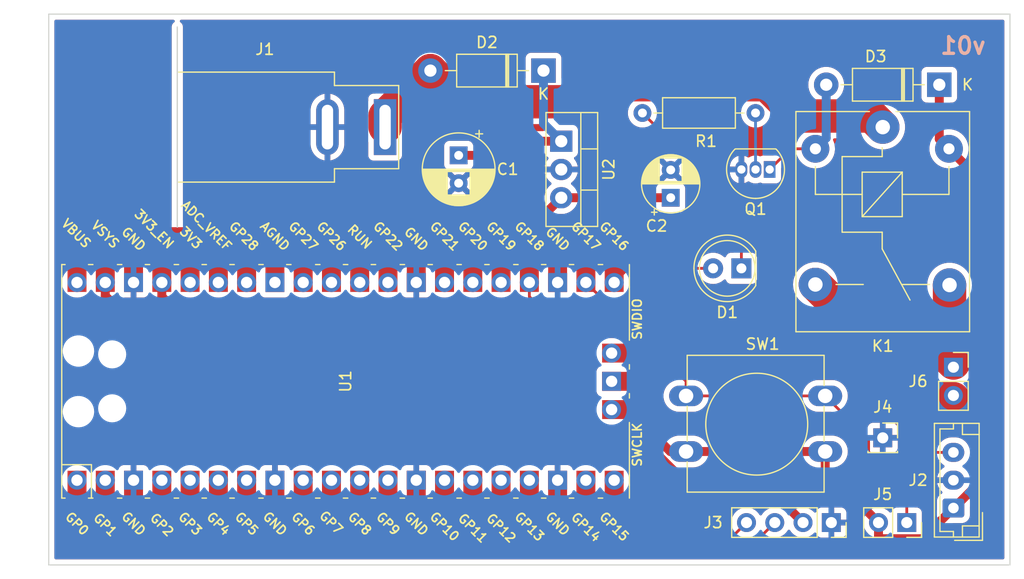
<source format=kicad_pcb>
(kicad_pcb (version 20211014) (generator pcbnew)
  (layers (0 "F.Cu" signal) (31 "B.Cu" signal) (34 "B.Paste" user) (35 "F.Paste" user) (36 "B.SilkS" user "B.Silkscreen") (37 "F.SilkS" user "F.Silkscreen") (38 "B.Mask" user) (39 "F.Mask" user) (44 "Edge.Cuts" user))
  (net 0 "")
  (net 1 "Net-(C1-Pad1)")
  (net 2 "GND")
  (net 3 "+5V")
  (net 4 "Net-(D1-Pad1)")
  (net 5 "Relay")
  (net 6 "+12V")
  (net 7 "+3.3V")
  (net 8 "Net-(D3-Pad2)")
  (net 9 "Sensor")
  (net 10 "SDA")
  (net 11 "SCL")
  (net 12 "Button")
  (net 13 "Net-(J6-Pad1)")
  (net 14 "Net-(J6-Pad2)")
  (net 15 "Net-(Q1-Pad2)")
  (footprint "Diode_THT:D_DO-41_SOD81_P10.16mm_Horizontal" (layer "F.Cu") (at 143.51 77.47 180)
    (fp_text reference "D2" (at 5.08 2.54) (layer "F.SilkS"))
    (fp_text value "1N4007")
    (fp_text user "K" (at 0 -2.1) (layer "F.SilkS"))
    (pad "1" thru_hole rect (at 0 0 180) (size 2.2 2.2) (drill 1.1) (layers *.Cu *.Mask) (net 1 "Net-(C1-Pad1)"))
    (pad "2" thru_hole oval (at 10.16 0 180) (size 2.2 2.2) (drill 1.1) (layers *.Cu *.Mask) (net 6 "+12V"))
  )
  (footprint "Capacitor_THT:CP_Radial_D6.3mm_P2.50mm" (layer "F.Cu") (at 135.89 85.09 -90)
    (fp_text reference "C1" (at 1.25 -4.4 180) (layer "F.SilkS"))
    (fp_text value "470uF")
    (pad "1" thru_hole rect (at 0 0 270) (size 1.6 1.6) (drill 0.8) (layers *.Cu *.Mask) (net 1 "Net-(C1-Pad1)"))
    (pad "2" thru_hole circle (at 2.5 0 270) (size 1.6 1.6) (drill 0.8) (layers *.Cu *.Mask) (net 2 "GND"))
  )
  (footprint "Connector_PinSocket_2.54mm:PinSocket_1x01_P2.54mm_Vertical" (layer "F.Cu") (at 173.99 110.49)
    (fp_text reference "J4" (at 0 -2.77) (layer "F.SilkS"))
    (fp_text value "Pump GND")
    (pad "1" thru_hole rect (at 0 0) (size 1.7 1.7) (drill 1) (layers *.Cu *.Mask) (net 2 "GND"))
  )
  (footprint "Connector_PinSocket_2.54mm:PinSocket_1x02_P2.54mm_Vertical" (layer "F.Cu") (at 176.149 118.11 -90)
    (fp_text reference "J5" (at -2.54 2.159) (layer "F.SilkS"))
    (fp_text value "Button")
    (pad "1" thru_hole rect (at 0 0 270) (size 1.7 1.7) (drill 1) (layers *.Cu *.Mask) (net 12 "Button"))
    (pad "2" thru_hole oval (at 0 2.54 270) (size 1.7 1.7) (drill 1) (layers *.Cu *.Mask) (net 7 "+3.3V"))
  )
  (footprint "Connector_JST:JST_EH_B3B-EH-A_1x03_P2.50mm_Vertical" (layer "F.Cu") (at 180.34 116.8 90)
    (fp_text reference "J2" (at 2.5 -3.175 180) (layer "F.SilkS"))
    (fp_text value "Flow sensor")
    (pad "1" thru_hole roundrect (at 0 0 90) (size 1.7 1.95) (drill 0.95) (layers *.Cu *.Mask) (roundrect_rratio 0.1470588235) (net 7 "+3.3V"))
    (pad "2" thru_hole oval (at 2.5 0 90) (size 1.7 1.95) (drill 0.95) (layers *.Cu *.Mask) (net 2 "GND"))
    (pad "3" thru_hole oval (at 5 0 90) (size 1.7 1.95) (drill 0.95) (layers *.Cu *.Mask) (net 9 "Sensor"))
  )
  (footprint "Relay_THT:Relay_SPDT_SANYOU_SRD_Series_Form_C" (layer "F.Cu") (at 173.99 82.55 -90)
    (fp_text reference "K1" (at 19.685 0 180) (layer "F.SilkS"))
    (fp_text value "Relay")
    (pad "1" thru_hole circle (at 0 0) (size 3 3) (drill 1.3) (layers *.Cu *.Mask) (net 6 "+12V"))
    (pad "2" thru_hole circle (at 1.95 6.05) (size 2.5 2.5) (drill 1) (layers *.Cu *.Mask) (net 8 "Net-(D3-Pad2)"))
    (pad "3" thru_hole circle (at 14.15 6.05) (size 3 3) (drill 1.3) (layers *.Cu *.Mask) (net 14 "Net-(J6-Pad2)"))
    (pad "4" thru_hole circle (at 14.2 -6) (size 3 3) (drill 1.3) (layers *.Cu *.Mask) (net 13 "Net-(J6-Pad1)"))
    (pad "5" thru_hole circle (at 1.95 -5.95) (size 2.5 2.5) (drill 1) (layers *.Cu *.Mask) (net 7 "+3.3V"))
  )
  (footprint "Connector_BarrelJack:BarrelJack_SwitchcraftConxall_RAPC10U_Horizontal" (layer "F.Cu") (at 129.28 82.55)
    (fp_text reference "J1" (at -10.8 -7) (layer "F.SilkS"))
    (fp_text value "Barrel_Jack")
    (fp_line (start -18.67 -9) (end -18.67 9) (layer "Edge.Cuts") (width 0.12))
    (pad "1" thru_hole rect (at 0 0) (size 2.02 5.02) (drill oval 1.02 4.02) (layers *.Cu *.Mask) (net 6 "+12V"))
    (pad "2" thru_hole oval (at -5.18 0) (size 2.02 5.02) (drill oval 1.02 4.02) (layers *.Cu *.Mask) (net 2 "GND"))
  )
  (footprint "LED_THT:LED_D5.0mm" (layer "F.Cu") (at 161.29 95.25 180)
    (fp_text reference "D1" (at 1.27 -3.96) (layer "F.SilkS"))
    (fp_text value "RED")
    (pad "1" thru_hole rect (at 0 0 180) (size 1.8 1.8) (drill 0.9) (layers *.Cu *.Mask) (net 4 "Net-(D1-Pad1)"))
    (pad "2" thru_hole circle (at 2.54 0 180) (size 1.8 1.8) (drill 0.9) (layers *.Cu *.Mask) (net 5 "Relay"))
  )
  (footprint "Button_Switch_THT:SW_PUSH-12mm" (layer "F.Cu") (at 156.32 106.72)
    (fp_text reference "SW1" (at 6.875 -4.66) (layer "F.SilkS"))
    (fp_text value "Button")
    (pad "1" thru_hole oval (at 0 0) (size 3.048 1.85) (drill 1.3) (layers *.Cu *.Mask) (net 12 "Button"))
    (pad "1" thru_hole oval (at 12.5 0) (size 3.048 1.85) (drill 1.3) (layers *.Cu *.Mask) (net 12 "Button"))
    (pad "2" thru_hole oval (at 0 5) (size 3.048 1.85) (drill 1.3) (layers *.Cu *.Mask) (net 7 "+3.3V"))
    (pad "2" thru_hole oval (at 12.5 5) (size 3.048 1.85) (drill 1.3) (layers *.Cu *.Mask) (net 7 "+3.3V"))
  )
  (footprint "Connector_PinSocket_2.54mm:PinSocket_1x04_P2.54mm_Vertical" (layer "F.Cu") (at 169.37 118.11 -90)
    (fp_text reference "J3" (at 0 10.62) (layer "F.SilkS"))
    (fp_text value "Screen")
    (pad "1" thru_hole rect (at 0 0 270) (size 1.7 1.7) (drill 1) (layers *.Cu *.Mask) (net 2 "GND"))
    (pad "2" thru_hole oval (at 0 2.54 270) (size 1.7 1.7) (drill 1) (layers *.Cu *.Mask) (net 3 "+5V"))
    (pad "3" thru_hole oval (at 0 5.08 270) (size 1.7 1.7) (drill 1) (layers *.Cu *.Mask) (net 10 "SDA"))
    (pad "4" thru_hole oval (at 0 7.62 270) (size 1.7 1.7) (drill 1) (layers *.Cu *.Mask) (net 11 "SCL"))
  )
  (footprint "Connector_PinSocket_2.54mm:PinSocket_1x02_P2.54mm_Vertical" (layer "F.Cu") (at 180.34 104.14)
    (fp_text reference "J6" (at -3.175 1.27) (layer "F.SilkS"))
    (fp_text value "Relay out")
    (pad "1" thru_hole rect (at 0 0) (size 1.7 1.7) (drill 1) (layers *.Cu *.Mask) (net 13 "Net-(J6-Pad1)"))
    (pad "2" thru_hole oval (at 0 2.54) (size 1.7 1.7) (drill 1) (layers *.Cu *.Mask) (net 14 "Net-(J6-Pad2)"))
  )
  (footprint "Resistor_THT:R_Axial_DIN0207_L6.3mm_D2.5mm_P10.16mm_Horizontal" (layer "F.Cu") (at 152.4 81.28)
    (fp_text reference "R1" (at 5.715 2.54) (layer "F.SilkS"))
    (fp_text value "1.5k")
    (pad "1" thru_hole circle (at 0 0) (size 1.6 1.6) (drill 0.8) (layers *.Cu *.Mask) (net 4 "Net-(D1-Pad1)"))
    (pad "2" thru_hole oval (at 10.16 0) (size 1.6 1.6) (drill 0.8) (layers *.Cu *.Mask) (net 15 "Net-(Q1-Pad2)"))
  )
  (footprint "Package_TO_SOT_THT:TO-92_Inline" (layer "F.Cu") (at 163.83 86.36 180)
    (fp_text reference "Q1" (at 1.27 -3.56) (layer "F.SilkS"))
    (fp_text value "BC547")
    (pad "1" thru_hole rect (at 0 0 180) (size 1.05 1.5) (drill 0.75) (layers *.Cu *.Mask) (net 8 "Net-(D3-Pad2)"))
    (pad "2" thru_hole oval (at 1.27 0 180) (size 1.05 1.5) (drill 0.75) (layers *.Cu *.Mask) (net 15 "Net-(Q1-Pad2)"))
    (pad "3" thru_hole oval (at 2.54 0 180) (size 1.05 1.5) (drill 0.75) (layers *.Cu *.Mask) (net 2 "GND"))
  )
  (footprint "Package_TO_SOT_THT:TO-220-3_Vertical" (layer "F.Cu") (at 145.105 83.82 -90)
    (fp_text reference "U2" (at 2.54 -4.27 90) (layer "F.SilkS"))
    (fp_text value "LM7805_TO220")
    (pad "1" thru_hole rect (at 0 0 270) (size 1.905 2) (drill 1.1) (layers *.Cu *.Mask) (net 1 "Net-(C1-Pad1)"))
    (pad "2" thru_hole oval (at 2.54 0 270) (size 1.905 2) (drill 1.1) (layers *.Cu *.Mask) (net 2 "GND"))
    (pad "3" thru_hole oval (at 5.08 0 270) (size 1.905 2) (drill 1.1) (layers *.Cu *.Mask) (net 3 "+5V"))
  )
  (footprint "Diode_THT:D_DO-41_SOD81_P10.16mm_Horizontal" (layer "F.Cu") (at 179.07 78.74 180)
    (fp_text reference "D3" (at 5.715 2.54) (layer "F.SilkS"))
    (fp_text value "1N4007")
    (fp_text user "K" (at -2.54 0) (layer "F.SilkS"))
    (pad "1" thru_hole rect (at 0 0 180) (size 2.2 2.2) (drill 1.1) (layers *.Cu *.Mask) (net 7 "+3.3V"))
    (pad "2" thru_hole oval (at 10.16 0 180) (size 2.2 2.2) (drill 1.1) (layers *.Cu *.Mask) (net 8 "Net-(D3-Pad2)"))
  )
  (footprint "Capacitor_THT:CP_Radial_D5.0mm_P2.50mm" (layer "F.Cu") (at 154.94 88.9 90)
    (fp_text reference "C2" (at -2.54 -1.27 180) (layer "F.SilkS"))
    (fp_text value "1uF")
    (pad "1" thru_hole rect (at 0 0 90) (size 1.6 1.6) (drill 0.8) (layers *.Cu *.Mask) (net 3 "+5V"))
    (pad "2" thru_hole circle (at 2.5 0 90) (size 1.6 1.6) (drill 0.8) (layers *.Cu *.Mask) (net 2 "GND"))
  )
  (footprint "MCU_RaspberryPi_and_Boards:RPi_Pico_SMD_TH" (layer "F.Cu") (at 125.73 105.41 90)
    (fp_text reference "U1" (at 0 0 90) (layer "F.SilkS"))
    (fp_text value "Pico")
    (fp_text user "GP16" (at 13.054 24.13 135) (layer "F.SilkS") (effects (font (size 0.8 0.8))))
    (fp_text user "GP12" (at -13.2 13.97 135) (layer "F.SilkS") (effects (font (size 0.8 0.8))))
    (fp_text user "GP27" (at 13.054 -3.8 135) (layer "F.SilkS") (effects (font (size 0.8 0.8))))
    (fp_text user "GP11" (at -13.2 11.43 135) (layer "F.SilkS") (effects (font (size 0.8 0.8))))
    (fp_text user "GP4" (at -12.8 -11.43 135) (layer "F.SilkS") (effects (font (size 0.8 0.8))))
    (fp_text user "GP19" (at 13.054 13.97 135) (layer "F.SilkS") (effects (font (size 0.8 0.8))))
    (fp_text user "GP22" (at 13.054 3.81 135) (layer "F.SilkS") (effects (font (size 0.8 0.8))))
    (fp_text user "GP21" (at 13.054 8.9 135) (layer "F.SilkS") (effects (font (size 0.8 0.8))))
    (fp_text user "3V3_EN" (at 13.7 -17.2 135) (layer "F.SilkS") (effects (font (size 0.8 0.8))))
    (fp_text user "GP0" (at -12.8 -24.13 135) (layer "F.SilkS") (effects (font (size 0.8 0.8))))
    (fp_text user "RUN" (at 13 1.27 135) (layer "F.SilkS") (effects (font (size 0.8 0.8))))
    (fp_text user "VBUS" (at 13.3 -24.2 135) (layer "F.SilkS") (effects (font (size 0.8 0.8))))
    (fp_text user "SWDIO" (at 5.6 26.2 90) (layer "F.SilkS") (effects (font (size 0.8 0.8))))
    (fp_text user "GND" (at 12.8 -19.05 135) (layer "F.SilkS") (effects (font (size 0.8 0.8))))
    (fp_text user "GP1" (at -12.9 -21.6 135) (layer "F.SilkS") (effects (font (size 0.8 0.8))))
    (fp_text user "GP26" (at 13.054 -1.27 135) (layer "F.SilkS") (effects (font (size 0.8 0.8))))
    (fp_text user "GP6" (at -12.8 -3.81 135) (layer "F.SilkS") (effects (font (size 0.8 0.8))))
    (fp_text user "GND" (at 12.8 6.35 135) (layer "F.SilkS") (effects (font (size 0.8 0.8))))
    (fp_text user "GP8" (at -12.8 1.27 135) (layer "F.SilkS") (effects (font (size 0.8 0.8))))
    (fp_text user "GP17" (at 13.054 21.59 135) (layer "F.SilkS") (effects (font (size 0.8 0.8))))
    (fp_text user "AGND" (at 13.054 -6.35 135) (layer "F.SilkS") (effects (font (size 0.8 0.8))))
    (fp_text user "GP9" (at -12.8 3.81 135) (layer "F.SilkS") (effects (font (size 0.8 0.8))))
    (fp_text user "3V3" (at 12.9 -13.9 135) (layer "F.SilkS") (effects (font (size 0.8 0.8))))
    (fp_text user "VSYS" (at 13.2 -21.59 135) (layer "F.SilkS") (effects (font (size 0.8 0.8))))
    (fp_text user "GP10" (at -13.054 8.89 135) (layer "F.SilkS") (effects (font (size 0.8 0.8))))
    (fp_text user "SWCLK" (at -5.7 26.2 90) (layer "F.SilkS") (effects (font (size 0.8 0.8))))
    (fp_text user "GP14" (at -13.1 21.59 135) (layer "F.SilkS") (effects (font (size 0.8 0.8))))
    (fp_text user "ADC_VREF" (at 14 -12.5 135) (layer "F.SilkS") (effects (font (size 0.8 0.8))))
    (fp_text user "GND" (at 12.8 19.05 135) (layer "F.SilkS") (effects (font (size 0.8 0.8))))
    (fp_text user "GND" (at -12.8 19.05 135) (layer "F.SilkS") (effects (font (size 0.8 0.8))))
    (fp_text user "GP3" (at -12.8 -13.97 135) (layer "F.SilkS") (effects (font (size 0.8 0.8))))
    (fp_text user "GP13" (at -13.054 16.51 135) (layer "F.SilkS") (effects (font (size 0.8 0.8))))
    (fp_text user "GP18" (at 13.054 16.51 135) (layer "F.SilkS") (effects (font (size 0.8 0.8))))
    (fp_text user "GND" (at -12.8 -6.35 135) (layer "F.SilkS") (effects (font (size 0.8 0.8))))
    (fp_text user "GP5" (at -12.8 -8.89 135) (layer "F.SilkS") (effects (font (size 0.8 0.8))))
    (fp_text user "GP20" (at 13.054 11.43 135) (layer "F.SilkS") (effects (font (size 0.8 0.8))))
    (fp_text user "GP7" (at -12.7 -1.3 135) (layer "F.SilkS") (effects (font (size 0.8 0.8))))
    (fp_text user "GP28" (at 13.054 -9.144 135) (layer "F.SilkS") (effects (font (size 0.8 0.8))))
    (fp_text user "GND" (at -12.8 -19.05 135) (layer "F.SilkS") (effects (font (size 0.8 0.8))))
    (fp_text user "GND" (at -12.8 6.35 135) (layer "F.SilkS") (effects (font (size 0.8 0.8))))
    (fp_text user "GP15" (at -13.054 24.13 135) (layer "F.SilkS") (effects (font (size 0.8 0.8))))
    (fp_text user "GP2" (at -12.9 -16.51 135) (layer "F.SilkS") (effects (font (size 0.8 0.8))))
    (pad "" np_thru_hole oval (at 2.725 -24 90) (size 1.8 1.8) (drill 1.8) (layers *.Cu *.Mask))
    (pad "" np_thru_hole oval (at 2.425 -20.97 90) (size 1.5 1.5) (drill 1.5) (layers *.Cu *.Mask))
    (pad "" np_thru_hole oval (at -2.725 -24 90) (size 1.8 1.8) (drill 1.8) (layers *.Cu *.Mask))
    (pad "" np_thru_hole oval (at -2.425 -20.97 90) (size 1.5 1.5) (drill 1.5) (layers *.Cu *.Mask))
    (pad "1" thru_hole oval (at -8.89 -24.13 90) (size 1.7 1.7) (drill 1.02) (layers *.Cu *.Mask) (net 10 "SDA"))
    (pad "1" smd rect (at -8.89 -24.13 90) (size 3.5 1.7) (drill (offset -0.9 0)) (layers "F.Cu" "F.Mask") (net 10 "SDA"))
    (pad "2" smd rect (at -8.89 -21.59 90) (size 3.5 1.7) (drill (offset -0.9 0)) (layers "F.Cu" "F.Mask") (net 11 "SCL"))
    (pad "2" thru_hole oval (at -8.89 -21.59 90) (size 1.7 1.7) (drill 1.02) (layers *.Cu *.Mask) (net 11 "SCL"))
    (pad "3" smd rect (at -8.89 -19.05 90) (size 3.5 1.7) (drill (offset -0.9 0)) (layers "F.Cu" "F.Mask") (net 2 "GND"))
    (pad "3" thru_hole rect (at -8.89 -19.05 90) (size 1.7 1.7) (drill 1.02) (layers *.Cu *.Mask) (net 2 "GND"))
    (pad "4" smd rect (at -8.89 -16.51 90) (size 3.5 1.7) (drill (offset -0.9 0)) (layers "F.Cu" "F.Mask"))
    (pad "4" thru_hole oval (at -8.89 -16.51 90) (size 1.7 1.7) (drill 1.02) (layers *.Cu *.Mask))
    (pad "5" smd rect (at -8.89 -13.97 90) (size 3.5 1.7) (drill (offset -0.9 0)) (layers "F.Cu" "F.Mask"))
    (pad "5" thru_hole oval (at -8.89 -13.97 90) (size 1.7 1.7) (drill 1.02) (layers *.Cu *.Mask))
    (pad "6" smd rect (at -8.89 -11.43 90) (size 3.5 1.7) (drill (offset -0.9 0)) (layers "F.Cu" "F.Mask"))
    (pad "6" thru_hole oval (at -8.89 -11.43 90) (size 1.7 1.7) (drill 1.02) (layers *.Cu *.Mask))
    (pad "7" smd rect (at -8.89 -8.89 90) (size 3.5 1.7) (drill (offset -0.9 0)) (layers "F.Cu" "F.Mask"))
    (pad "7" thru_hole oval (at -8.89 -8.89 90) (size 1.7 1.7) (drill 1.02) (layers *.Cu *.Mask))
    (pad "8" thru_hole rect (at -8.89 -6.35 90) (size 1.7 1.7) (drill 1.02) (layers *.Cu *.Mask) (net 2 "GND"))
    (pad "8" smd rect (at -8.89 -6.35 90) (size 3.5 1.7) (drill (offset -0.9 0)) (layers "F.Cu" "F.Mask") (net 2 "GND"))
    (pad "9" smd rect (at -8.89 -3.81 90) (size 3.5 1.7) (drill (offset -0.9 0)) (layers "F.Cu" "F.Mask"))
    (pad "9" thru_hole oval (at -8.89 -3.81 90) (size 1.7 1.7) (drill 1.02) (layers *.Cu *.Mask))
    (pad "10" smd rect (at -8.89 -1.27 90) (size 3.5 1.7) (drill (offset -0.9 0)) (layers "F.Cu" "F.Mask"))
    (pad "10" thru_hole oval (at -8.89 -1.27 90) (size 1.7 1.7) (drill 1.02) (layers *.Cu *.Mask))
    (pad "11" smd rect (at -8.89 1.27 90) (size 3.5 1.7) (drill (offset -0.9 0)) (layers "F.Cu" "F.Mask"))
    (pad "11" thru_hole oval (at -8.89 1.27 90) (size 1.7 1.7) (drill 1.02) (layers *.Cu *.Mask))
    (pad "12" smd rect (at -8.89 3.81 90) (size 3.5 1.7) (drill (offset -0.9 0)) (layers "F.Cu" "F.Mask"))
    (pad "12" thru_hole oval (at -8.89 3.81 90) (size 1.7 1.7) (drill 1.02) (layers *.Cu *.Mask))
    (pad "13" thru_hole rect (at -8.89 6.35 90) (size 1.7 1.7) (drill 1.02) (layers *.Cu *.Mask) (net 2 "GND"))
    (pad "13" smd rect (at -8.89 6.35 90) (size 3.5 1.7) (drill (offset -0.9 0)) (layers "F.Cu" "F.Mask") (net 2 "GND"))
    (pad "14" smd rect (at -8.89 8.89 90) (size 3.5 1.7) (drill (offset -0.9 0)) (layers "F.Cu" "F.Mask"))
    (pad "14" thru_hole oval (at -8.89 8.89 90) (size 1.7 1.7) (drill 1.02) (layers *.Cu *.Mask))
    (pad "15" thru_hole oval (at -8.89 11.43 90) (size 1.7 1.7) (drill 1.02) (layers *.Cu *.Mask))
    (pad "15" smd rect (at -8.89 11.43 90) (size 3.5 1.7) (drill (offset -0.9 0)) (layers "F.Cu" "F.Mask"))
    (pad "16" smd rect (at -8.89 13.97 90) (size 3.5 1.7) (drill (offset -0.9 0)) (layers "F.Cu" "F.Mask"))
    (pad "16" thru_hole oval (at -8.89 13.97 90) (size 1.7 1.7) (drill 1.02) (layers *.Cu *.Mask))
    (pad "17" thru_hole oval (at -8.89 16.51 90) (size 1.7 1.7) (drill 1.02) (layers *.Cu *.Mask))
    (pad "17" smd rect (at -8.89 16.51 90) (size 3.5 1.7) (drill (offset -0.9 0)) (layers "F.Cu" "F.Mask"))
    (pad "18" smd rect (at -8.89 19.05 90) (size 3.5 1.7) (drill (offset -0.9 0)) (layers "F.Cu" "F.Mask") (net 2 "GND"))
    (pad "18" thru_hole rect (at -8.89 19.05 90) (size 1.7 1.7) (drill 1.02) (layers *.Cu *.Mask) (net 2 "GND"))
    (pad "19" thru_hole oval (at -8.89 21.59 90) (size 1.7 1.7) (drill 1.02) (layers *.Cu *.Mask))
    (pad "19" smd rect (at -8.89 21.59 90) (size 3.5 1.7) (drill (offset -0.9 0)) (layers "F.Cu" "F.Mask"))
    (pad "20" smd rect (at -8.89 24.13 90) (size 3.5 1.7) (drill (offset -0.9 0)) (layers "F.Cu" "F.Mask"))
    (pad "20" thru_hole oval (at -8.89 24.13 90) (size 1.7 1.7) (drill 1.02) (layers *.Cu *.Mask))
    (pad "21" thru_hole oval (at 8.89 24.13 90) (size 1.7 1.7) (drill 1.02) (layers *.Cu *.Mask) (net 5 "Relay"))
    (pad "21" smd rect (at 8.89 24.13 90) (size 3.5 1.7) (drill (offset 0.9 0)) (layers "F.Cu" "F.Mask") (net 5 "Relay"))
    (pad "22" thru_hole oval (at 8.89 21.59 90) (size 1.7 1.7) (drill 1.02) (layers *.Cu *.Mask) (net 9 "Sensor"))
    (pad "22" smd rect (at 8.89 21.59 90) (size 3.5 1.7) (drill (offset 0.9 0)) (layers "F.Cu" "F.Mask") (net 9 "Sensor"))
    (pad "23" smd rect (at 8.89 19.05 90) (size 3.5 1.7) (drill (offset 0.9 0)) (layers "F.Cu" "F.Mask") (net 2 "GND"))
    (pad "23" thru_hole rect (at 8.89 19.05 90) (size 1.7 1.7) (drill 1.02) (layers *.Cu *.Mask) (net 2 "GND"))
    (pad "24" thru_hole oval (at 8.89 16.51 90) (size 1.7 1.7) (drill 1.02) (layers *.Cu *.Mask) (net 12 "Button"))
    (pad "24" smd rect (at 8.89 16.51 90) (size 3.5 1.7) (drill (offset 0.9 0)) (layers "F.Cu" "F.Mask") (net 12 "Button"))
    (pad "25" smd rect (at 8.89 13.97 90) (size 3.5 1.7) (drill (offset 0.9 0)) (layers "F.Cu" "F.Mask"))
    (pad "25" thru_hole oval (at 8.89 13.97 90) (size 1.7 1.7) (drill 1.02) (layers *.Cu *.Mask))
    (pad "26" thru_hole oval (at 8.89 11.43 90) (size 1.7 1.7) (drill 1.02) (layers *.Cu *.Mask))
    (pad "26" smd rect (at 8.89 11.43 90) (size 3.5 1.7) (drill (offset 0.9 0)) (layers "F.Cu" "F.Mask"))
    (pad "27" thru_hole oval (at 8.89 8.89 90) (size 1.7 1.7) (drill 1.02) (layers *.Cu *.Mask))
    (pad "27" smd rect (at 8.89 8.89 90) (size 3.5 1.7) (drill (offset 0.9 0)) (layers "F.Cu" "F.Mask"))
    (pad "28" thru_hole rect (at 8.89 6.35 90) (size 1.7 1.7) (drill 1.02) (layers *.Cu *.Mask) (net 2 "GND"))
    (pad "28" smd rect (at 8.89 6.35 90) (size 3.5 1.7) (drill (offset 0.9 0)) (layers "F.Cu" "F.Mask") (net 2 "GND"))
    (pad "29" thru_hole oval (at 8.89 3.81 90) (size 1.7 1.7) (drill 1.02) (layers *.Cu *.Mask))
    (pad "29" smd rect (at 8.89 3.81 90) (size 3.5 1.7) (drill (offset 0.9 0)) (layers "F.Cu" "F.Mask"))
    (pad "30" thru_hole oval (at 8.89 1.27 90) (size 1.7 1.7) (drill 1.02) (layers *.Cu *.Mask))
    (pad "30" smd rect (at 8.89 1.27 90) (size 3.5 1.7) (drill (offset 0.9 0)) (layers "F.Cu" "F.Mask"))
    (pad "31" thru_hole oval (at 8.89 -1.27 90) (size 1.7 1.7) (drill 1.02) (layers *.Cu *.Mask))
    (pad "31" smd rect (at 8.89 -1.27 90) (size 3.5 1.7) (drill (offset 0.9 0)) (layers "F.Cu" "F.Mask"))
    (pad "32" thru_hole oval (at 8.89 -3.81 90) (size 1.7 1.7) (drill 1.02) (layers *.Cu *.Mask))
    (pad "32" smd rect (at 8.89 -3.81 90) (size 3.5 1.7) (drill (offset 0.9 0)) (layers "F.Cu" "F.Mask"))
    (pad "33" thru_hole rect (at 8.89 -6.35 90) (size 1.7 1.7) (drill 1.02) (layers *.Cu *.Mask))
    (pad "33" smd rect (at 8.89 -6.35 90) (size 3.5 1.7) (drill (offset 0.9 0)) (layers "F.Cu" "F.Mask"))
    (pad "34" smd rect (at 8.89 -8.89 90) (size 3.5 1.7) (drill (offset 0.9 0)) (layers "F.Cu" "F.Mask"))
    (pad "34" thru_hole oval (at 8.89 -8.89 90) (size 1.7 1.7) (drill 1.02) (layers *.Cu *.Mask))
    (pad "35" smd rect (at 8.89 -11.43 90) (size 3.5 1.7) (drill (offset 0.9 0)) (layers "F.Cu" "F.Mask"))
    (pad "35" thru_hole oval (at 8.89 -11.43 90) (size 1.7 1.7) (drill 1.02) (layers *.Cu *.Mask))
    (pad "36" thru_hole oval (at 8.89 -13.97 90) (size 1.7 1.7) (drill 1.02) (layers *.Cu *.Mask))
    (pad "36" smd rect (at 8.89 -13.97 90) (size 3.5 1.7) (drill (offset 0.9 0)) (layers "F.Cu" "F.Mask"))
    (pad "37" thru_hole oval (at 8.89 -16.51 90) (size 1.7 1.7) (drill 1.02) (layers *.Cu *.Mask) (net 7 "+3.3V"))
    (pad "37" smd rect (at 8.89 -16.51 90) (size 3.5 1.7) (drill (offset 0.9 0)) (layers "F.Cu" "F.Mask") (net 7 "+3.3V"))
    (pad "38" smd rect (at 8.89 -19.05 90) (size 3.5 1.7) (drill (offset 0.9 0)) (layers "F.Cu" "F.Mask") (net 2 "GND"))
    (pad "38" thru_hole rect (at 8.89 -19.05 90) (size 1.7 1.7) (drill 1.02) (layers *.Cu *.Mask) (net 2 "GND"))
    (pad "39" thru_hole oval (at 8.89 -21.59 90) (size 1.7 1.7) (drill 1.02) (layers *.Cu *.Mask) (net 3 "+5V"))
    (pad "39" smd rect (at 8.89 -21.59 90) (size 3.5 1.7) (drill (offset 0.9 0)) (layers "F.Cu" "F.Mask") (net 3 "+5V"))
    (pad "40" thru_hole oval (at 8.89 -24.13 90) (size 1.7 1.7) (drill 1.02) (layers *.Cu *.Mask))
    (pad "40" smd rect (at 8.89 -24.13 90) (size 3.5 1.7) (drill (offset 0.9 0)) (layers "F.Cu" "F.Mask"))
    (pad "41" thru_hole oval (at -2.54 23.9 90) (size 1.7 1.7) (drill 1.02) (layers *.Cu *.Mask))
    (pad "41" smd rect (at -2.54 23.9 180) (size 3.5 1.7) (drill (offset -0.9 0)) (layers "F.Cu" "F.Mask"))
    (pad "42" smd rect (at 0 23.9 180) (size 3.5 1.7) (drill (offset -0.9 0)) (layers "F.Cu" "F.Mask"))
    (pad "42" thru_hole rect (at 0 23.9 90) (size 1.7 1.7) (drill 1.02) (layers *.Cu *.Mask))
    (pad "43" smd rect (at 2.54 23.9 180) (size 3.5 1.7) (drill (offset -0.9 0)) (layers "F.Cu" "F.Mask"))
    (pad "43" thru_hole oval (at 2.54 23.9 90) (size 1.7 1.7) (drill 1.02) (layers *.Cu *.Mask))
  )
  (gr_line (start 185.42 72.39) (end 99.06 72.39) (layer "Edge.Cuts") (width 0.1))
  (gr_line (start 99.06 121.92) (end 185.42 121.92) (layer "Edge.Cuts") (width 0.1))
  (gr_line (start 99.06 72.39) (end 99.06 121.92) (layer "Edge.Cuts") (width 0.1))
  (gr_line (start 185.42 121.92) (end 185.42 72.39) (layer "Edge.Cuts") (width 0.1))
  (gr_text "v01" (at 181.2036 75.2348) (layer "B.SilkS") (effects (font (size 1.5 1.5) (thickness 0.3)) (justify mirror)))
  (segment (start 142.24 83.82) (end 145.105 83.82) (width 0.8) (layer "F.Cu") (net 1))
  (segment (start 140.97 85.09) (end 142.24 83.82) (width 0.8) (layer "F.Cu") (net 1))
  (segment (start 135.89 85.09) (end 140.97 85.09) (width 0.8) (layer "F.Cu") (net 1))
  (segment (start 143.51 77.47) (end 143.51 82.225) (width 0.8) (layer "B.Cu") (net 1))
  (segment (start 143.51 82.225) (end 145.105 83.82) (width 0.8) (layer "B.Cu") (net 1))
  (segment (start 109.147893 99.132107) (end 121.505787 111.490001) (width 0.8) (layer "F.Cu") (net 3))
  (segment (start 157.335786 115.57) (end 164.29 115.57) (width 0.8) (layer "F.Cu") (net 3))
  (segment (start 142.055 91.95) (end 106.17 91.95) (width 0.8) (layer "F.Cu") (net 3))
  (segment (start 105.550026 99.132107) (end 109.147893 99.132107) (width 0.8) (layer "F.Cu") (net 3))
  (segment (start 106.17 91.95) (end 104.14 93.98) (width 0.8) (layer "F.Cu") (net 3))
  (segment (start 145.105 88.9) (end 154.94 88.9) (width 0.8) (layer "F.Cu") (net 3))
  (segment (start 145.105 88.9) (end 142.055 91.95) (width 0.8) (layer "F.Cu") (net 3))
  (segment (start 121.505787 111.490001) (end 153.255786 111.49) (width 0.8) (layer "F.Cu") (net 3))
  (segment (start 104.14 96.52) (end 104.14 97.722081) (width 0.8) (layer "F.Cu") (net 3))
  (segment (start 153.255786 111.49) (end 157.335786 115.57) (width 0.8) (layer "F.Cu") (net 3))
  (segment (start 104.14 97.722081) (end 105.550026 99.132107) (width 0.8) (layer "F.Cu") (net 3))
  (segment (start 164.29 115.57) (end 166.83 118.11) (width 0.8) (layer "F.Cu") (net 3))
  (segment (start 104.14 93.98) (end 104.14 96.52) (width 0.8) (layer "F.Cu") (net 3))
  (segment (start 161.29 90.17) (end 161.29 95.25) (width 0.25) (layer "F.Cu") (net 4))
  (segment (start 152.4 81.28) (end 161.29 90.17) (width 0.25) (layer "F.Cu") (net 4))
  (segment (start 151.13 95.25) (end 149.86 96.52) (width 0.25) (layer "F.Cu") (net 5))
  (segment (start 158.75 95.25) (end 151.13 95.25) (width 0.25) (layer "F.Cu") (net 5))
  (segment (start 166.365534 81.55) (end 163.555534 78.74) (width 3) (layer "F.Cu") (net 6))
  (segment (start 129.28 82.55) (end 129.28 81.54) (width 3) (layer "F.Cu") (net 6))
  (segment (start 173.99 82.55) (end 172.99 81.55) (width 3) (layer "F.Cu") (net 6))
  (segment (start 136.15 80.27) (end 133.35 77.47) (width 3) (layer "F.Cu") (net 6))
  (segment (start 147.84 78.74) (end 146.31 80.27) (width 3) (layer "F.Cu") (net 6))
  (segment (start 172.99 81.55) (end 166.365534 81.55) (width 3) (layer "F.Cu") (net 6))
  (segment (start 163.555534 78.74) (end 147.84 78.74) (width 3) (layer "F.Cu") (net 6))
  (segment (start 129.28 81.54) (end 133.35 77.47) (width 3) (layer "F.Cu") (net 6))
  (segment (start 146.31 80.27) (end 136.15 80.27) (width 3) (layer "F.Cu") (net 6))
  (segment (start 173.856919 119.56) (end 177.58 119.56) (width 0.8) (layer "F.Cu") (net 7))
  (segment (start 168.82 113.321) (end 173.609 118.11) (width 0.8) (layer "F.Cu") (net 7))
  (segment (start 168.82 111.72) (end 168.82 113.321) (width 0.8) (layer "F.Cu") (net 7))
  (segment (start 180.38 116.8) (end 180.34 116.8) (width 0.8) (layer "F.Cu") (net 7))
  (segment (start 156.32 111.72) (end 154.9 111.72) (width 0.8) (layer "F.Cu") (net 7))
  (segment (start 177.58 119.56) (end 180.34 116.8) (width 0.8) (layer "F.Cu") (net 7))
  (segment (start 179.07 83.63) (end 179.94 84.5) (width 0.8) (layer "F.Cu") (net 7))
  (segment (start 173.609 119.312081) (end 173.856919 119.56) (width 0.8) (layer "F.Cu") (net 7))
  (segment (start 182.88 114.3) (end 180.38 116.8) (width 0.8) (layer "F.Cu") (net 7))
  (segment (start 173.609 118.11) (end 173.609 119.312081) (width 0.8) (layer "F.Cu") (net 7))
  (segment (start 156.32 111.72) (end 168.82 111.72) (width 0.8) (layer "F.Cu") (net 7))
  (segment (start 153.67 110.49) (end 121.92 110.49) (width 0.8) (layer "F.Cu") (net 7))
  (segment (start 109.22 97.79) (end 109.22 96.52) (width 0.8) (layer "F.Cu") (net 7))
  (segment (start 179.94 84.5) (end 182.88 87.44) (width 0.8) (layer "F.Cu") (net 7))
  (segment (start 121.92 110.49) (end 109.22 97.79) (width 0.8) (layer "F.Cu") (net 7))
  (segment (start 154.9 111.72) (end 153.67 110.49) (width 0.8) (layer "F.Cu") (net 7))
  (segment (start 182.88 87.44) (end 182.88 114.3) (width 0.8) (layer "F.Cu") (net 7))
  (segment (start 179.07 78.74) (end 179.07 83.63) (width 0.8) (layer "F.Cu") (net 7))
  (segment (start 167.94 84.5) (end 165.69 84.5) (width 0.25) (layer "F.Cu") (net 8))
  (segment (start 165.69 84.5) (end 163.83 86.36) (width 0.25) (layer "F.Cu") (net 8))
  (segment (start 168.91 78.74) (end 168.91 83.53) (width 0.8) (layer "B.Cu") (net 8))
  (segment (start 168.91 83.53) (end 167.94 84.5) (width 0.8) (layer "B.Cu") (net 8))
  (segment (start 177.84 111.8) (end 180.34 111.8) (width 0.25) (layer "F.Cu") (net 9))
  (segment (start 155.76 98.61) (end 158.75 101.6) (width 0.25) (layer "F.Cu") (net 9))
  (segment (start 149.41 98.61) (end 155.76 98.61) (width 0.25) (layer "F.Cu") (net 9))
  (segment (start 158.75 101.6) (end 167.64 101.6) (width 0.25) (layer "F.Cu") (net 9))
  (segment (start 167.64 101.6) (end 177.84 111.8) (width 0.25) (layer "F.Cu") (net 9))
  (segment (start 147.32 96.52) (end 149.41 98.61) (width 0.25) (layer "F.Cu") (net 9))
  (segment (start 105.52 119.83) (end 101.6 115.91) (width 0.25) (layer "F.Cu") (net 10))
  (segment (start 164.29 118.11) (end 162.57 119.83) (width 0.25) (layer "F.Cu") (net 10))
  (segment (start 101.6 115.91) (end 101.6 114.3) (width 0.25) (layer "F.Cu") (net 10))
  (segment (start 162.57 119.83) (end 105.52 119.83) (width 0.25) (layer "F.Cu") (net 10))
  (segment (start 161.75 118.11) (end 160.48 119.38) (width 0.25) (layer "F.Cu") (net 11))
  (segment (start 160.48 119.38) (end 107.61 119.38) (width 0.25) (layer "F.Cu") (net 11))
  (segment (start 107.61 119.38) (end 104.14 115.91) (width 0.25) (layer "F.Cu") (net 11))
  (segment (start 104.14 115.91) (end 104.14 114.3) (width 0.25) (layer "F.Cu") (net 11))
  (segment (start 156.32 105.41) (end 149.97 99.06) (width 0.25) (layer "F.Cu") (net 12))
  (segment (start 148.309204 98.1456) (end 142.5956 98.1456) (width 0.25) (layer "F.Cu") (net 12))
  (segment (start 176.149 115.189) (end 176.149 118.11) (width 0.25) (layer "F.Cu") (net 12))
  (segment (start 156.32 106.72) (end 156.32 105.41) (width 0.25) (layer "F.Cu") (net 12))
  (segment (start 142.24 97.79) (end 142.24 96.52) (width 0.25) (layer "F.Cu") (net 12))
  (segment (start 172.72 111.76) (end 176.149 115.189) (width 0.25) (layer "F.Cu") (net 12))
  (segment (start 142.5956 98.1456) (end 142.24 97.79) (width 0.25) (layer "F.Cu") (net 12))
  (segment (start 168.82 106.72) (end 172.72 110.62) (width 0.25) (layer "F.Cu") (net 12))
  (segment (start 172.72 110.62) (end 172.72 111.76) (width 0.25) (layer "F.Cu") (net 12))
  (segment (start 149.97 99.06) (end 149.223604 99.06) (width 0.25) (layer "F.Cu") (net 12))
  (segment (start 156.32 106.72) (end 168.82 106.72) (width 0.25) (layer "F.Cu") (net 12))
  (segment (start 149.223604 99.06) (end 148.309204 98.1456) (width 0.25) (layer "F.Cu") (net 12))
  (segment (start 179.99 96.75) (end 179.99 103.415) (width 3) (layer "F.Cu") (net 13))
  (segment (start 179.99 103.415) (end 180.34 103.765) (width 3) (layer "F.Cu") (net 13))
  (segment (start 178.205 106.965) (end 180.34 106.965) (width 3) (layer "F.Cu") (net 14))
  (segment (start 167.94 96.7) (end 178.205 106.965) (width 3) (layer "F.Cu") (net 14))
  (segment (start 162.56 81.28) (end 162.56 86.36) (width 0.25) (layer "B.Cu") (net 15))
  (zone (net 0) (net_name "") (layer "F.Cu") (connect_pads (clearance 0)) (min_thickness 0.254)
    (keepout (tracks not_allowed) (vias not_allowed) (pads not_allowed) (copperpour not_allowed) (footprints allowed))
    (fill (thermal_gap 0.508) (thermal_bridge_width 0.508))
    (polygon (pts (xy 109.3216 108.966) (xy 107.1372 108.966) (xy 107.1372 106.8324) (xy 109.3216 106.8324)))
  )
  (zone (net 2) (net_name "GND") (layers F&B.Cu) (connect_pads (clearance 0.508)) (min_thickness 0.254) (fill yes (thermal_gap 0.508) (thermal_bridge_width 0.508))
    (polygon (pts (xy 186.69 123.19) (xy 97.79 123.19) (xy 97.79 71.12) (xy 186.69 71.12)))
  )
  (zone (net 0) (net_name "") (layer "F.Cu") (connect_pads (clearance 0)) (min_thickness 0.254)
    (keepout (tracks not_allowed) (vias allowed) (pads allowed) (copperpour not_allowed) (footprints allowed))
    (fill (thermal_gap 0.508) (thermal_bridge_width 0.508))
    (polygon (pts (xy 106.0704 109.5756) (xy 100.2792 109.5756) (xy 100.2792 101.2444) (xy 106.0704 101.2444)))
  )
  (zone (net 0) (net_name "") (layer "F.Cu") (connect_pads (clearance 0)) (min_thickness 0.254)
    (keepout (tracks not_allowed) (vias not_allowed) (pads not_allowed) (copperpour not_allowed) (footprints allowed))
    (fill (thermal_gap 0.508) (thermal_bridge_width 0.508))
    (polygon (pts (xy 114.3 108.966) (xy 112.1664 108.966) (xy 112.1664 106.8324) (xy 114.3 106.8324)))
  )
  (zone (net 0) (net_name "") (layer "F.Cu") (connect_pads (clearance 0)) (min_thickness 0.254)
    (keepout (tracks not_allowed) (vias not_allowed) (pads not_allowed) (copperpour not_allowed) (footprints allowed))
    (fill (thermal_gap 0.508) (thermal_bridge_width 0.508))
    (polygon (pts (xy 111.8108 108.966) (xy 109.6264 108.966) (xy 109.6264 106.8324) (xy 111.8108 106.8324)))
  )
)
</source>
